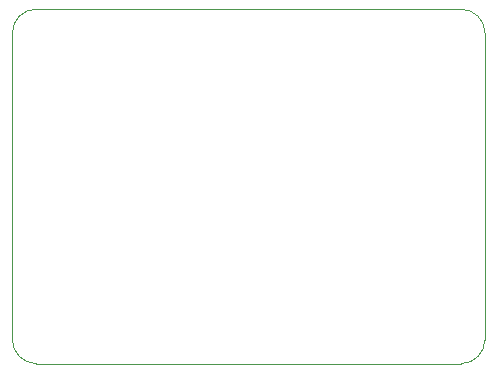
<source format=gbr>
%TF.GenerationSoftware,KiCad,Pcbnew,8.0.8*%
%TF.CreationDate,2025-03-02T22:10:18+01:00*%
%TF.ProjectId,RFM69HW Breakout,52464d36-3948-4572-9042-7265616b6f75,rev?*%
%TF.SameCoordinates,Original*%
%TF.FileFunction,Profile,NP*%
%FSLAX46Y46*%
G04 Gerber Fmt 4.6, Leading zero omitted, Abs format (unit mm)*
G04 Created by KiCad (PCBNEW 8.0.8) date 2025-03-02 22:10:18*
%MOMM*%
%LPD*%
G01*
G04 APERTURE LIST*
%TA.AperFunction,Profile*%
%ADD10C,0.100000*%
%TD*%
G04 APERTURE END LIST*
D10*
X140000000Y-112000000D02*
G75*
G02*
X138000000Y-110000000I0J2000000D01*
G01*
X138000000Y-84000000D02*
G75*
G02*
X140000000Y-82000000I2000000J0D01*
G01*
X138000000Y-110000000D02*
X138000000Y-92800000D01*
X176000000Y-82000000D02*
G75*
G02*
X178000000Y-84000000I0J-2000000D01*
G01*
X138000000Y-84000000D02*
X138000000Y-84200000D01*
X140000000Y-82000000D02*
X176000000Y-82000000D01*
X176000000Y-112000000D02*
X140000000Y-112000000D01*
X178000000Y-84000000D02*
X178000000Y-110000000D01*
X178000000Y-110000000D02*
G75*
G02*
X176000000Y-112000000I-2000000J0D01*
G01*
%TO.C,AE1*%
X138000000Y-84200000D02*
X138000000Y-92800000D01*
%TD*%
M02*

</source>
